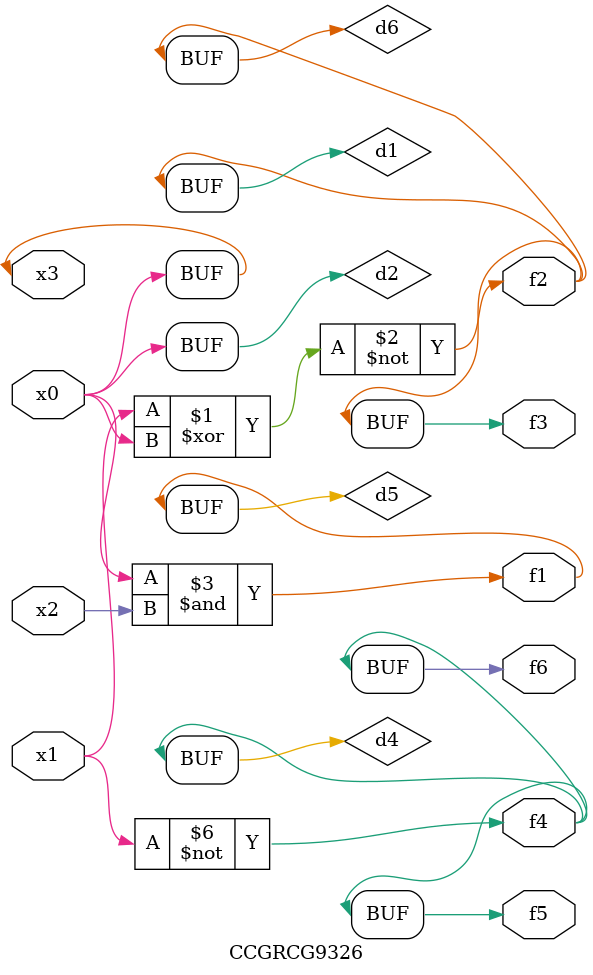
<source format=v>
module CCGRCG9326(
	input x0, x1, x2, x3,
	output f1, f2, f3, f4, f5, f6
);

	wire d1, d2, d3, d4, d5, d6;

	xnor (d1, x1, x3);
	buf (d2, x0, x3);
	nand (d3, x0, x2);
	not (d4, x1);
	nand (d5, d3);
	or (d6, d1);
	assign f1 = d5;
	assign f2 = d6;
	assign f3 = d6;
	assign f4 = d4;
	assign f5 = d4;
	assign f6 = d4;
endmodule

</source>
